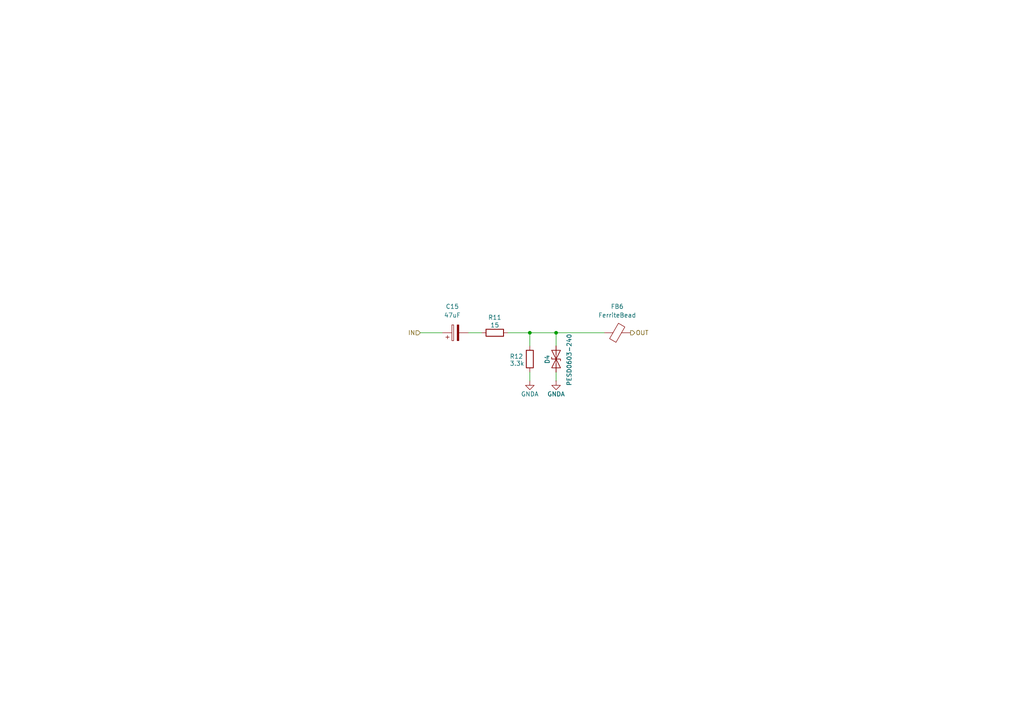
<source format=kicad_sch>
(kicad_sch (version 20250114) (generator "eeschema") (generator_version "9.0")
  (paper "A4")
  (title_block (title "PB2 Bela Mini Proto") (date "2024-11") (rev "rev 1.0"))
  (lib_symbols
    (symbol "Device:C_Polarized" (pin_numbers (hide yes)) (pin_names (offset 0.254))
      (property "Reference" "C" (at 0.635 2.54 0))
      (property "Value" "C_Polarized" (at 0.635 -2.54 0))
      (symbol "C_Polarized_0_1"
        (rectangle (start -2.286 0.508) (end 2.286 1.016))
        (polyline (pts (xy -1.778 2.286) (xy -0.762 2.286)))
        (polyline (pts (xy -1.27 2.794) (xy -1.27 1.778)))
        (rectangle (start 2.286 -0.508) (end -2.286 -1.016) (fill (type outline)))
      )
      (symbol "C_Polarized_1_1"
        (pin passive line (at 0 3.81 270) (length 2.794) (name "~") (number "1"))
        (pin passive line (at 0 -3.81 90) (length 2.794) (name "~") (number "2"))
      )
    )
    (symbol "Device:FerriteBead" (pin_numbers (hide yes)) (pin_names (offset 0))
      (property "Reference" "FB" (at -3.81 0.635 90))
      (property "Value" "FerriteBead" (at 3.81 0 90))
      (symbol "FerriteBead_0_1"
        (polyline (pts (xy -2.7686 0.4064) (xy -1.7018 2.2606) (xy 2.7686 -0.3048) (xy 1.6764 -2.159) (xy -2.7686 0.4064)))
        (polyline (pts (xy 0 1.27) (xy 0 1.2954)))
        (polyline (pts (xy 0 -1.27) (xy 0 -1.2192)))
      )
      (symbol "FerriteBead_1_1"
        (pin passive line (at 0 3.81 270) (length 2.54) (name "~") (number "1"))
        (pin passive line (at 0 -3.81 90) (length 2.54) (name "~") (number "2"))
      )
    )
    (symbol "Device:R" (pin_numbers (hide yes)) (pin_names (offset 0))
      (property "Reference" "R" (at 2.032 0 90))
      (property "Value" "R" (at 0 0 90))
      (symbol "R_0_1"
        (rectangle (start -1.016 -2.54) (end 1.016 2.54) (stroke (width 0.254)))
      )
      (symbol "R_1_1"
        (pin passive line (at 0 3.81 270) (length 1.27) (name "~") (number "1"))
        (pin passive line (at 0 -3.81 90) (length 1.27) (name "~") (number "2"))
      )
    )
    (symbol "Diode:ESD9B5.0ST5G" (pin_numbers (hide yes)) (pin_names (offset 1.016) (hide yes))
      (property "Reference" "D" (at 0 2.54 0))
      (property "Value" "ESD9B5.0ST5G" (at 0 -2.54 0))
      (symbol "ESD9B5.0ST5G_0_1"
        (polyline (pts (xy -2.54 -1.27) (xy 0 0) (xy -2.54 1.27) (xy -2.54 -1.27)) (stroke (width 0.2032)))
        (polyline (pts (xy 0.508 1.27) (xy 0 1.27) (xy 0 -1.27) (xy -0.508 -1.27)) (stroke (width 0.2032)))
        (polyline (pts (xy 1.27 0) (xy -1.27 0)))
        (polyline (pts (xy 2.54 1.27) (xy 2.54 -1.27) (xy 0 0) (xy 2.54 1.27)) (stroke (width 0.2032)))
      )
      (symbol "ESD9B5.0ST5G_1_1"
        (pin passive line (at -3.81 0 0) (length 2.54) (name "A1") (number "1"))
        (pin passive line (at 3.81 0 180) (length 2.54) (name "A2") (number "2"))
      )
    )
    (symbol "power:GNDA" (power) (pin_numbers (hide yes)) (pin_names (offset 0) (hide yes))
      (property "Value" "GNDA" (at 0 -3.81 0))
      (symbol "GNDA_0_1"
        (polyline (pts (xy 0 0) (xy 0 -1.27) (xy 1.27 -1.27) (xy 0 -2.54) (xy -1.27 -1.27) (xy 0 -1.27)))
      )
      (symbol "GNDA_1_1"
        (pin power_in line (at 0 0 270) (length 0) (name "~") (number "1"))
      )
    )
  )
  (junction (at 153.67 96.52))
  (junction (at 161.29 96.52))
  (wire (pts (xy 161.29 96.52) (xy 161.29 100.33)))
  (wire (pts (xy 161.29 107.95) (xy 161.29 110.49)))
  (wire (pts (xy 153.67 96.52) (xy 153.67 100.33)))
  (wire (pts (xy 121.92 96.52) (xy 128.27 96.52)))
  (wire (pts (xy 161.29 96.52) (xy 175.26 96.52)))
  (wire (pts (xy 153.67 96.52) (xy 161.29 96.52)))
  (wire (pts (xy 147.32 96.52) (xy 153.67 96.52)))
  (wire (pts (xy 153.67 107.95) (xy 153.67 110.49)))
  (wire (pts (xy 135.89 96.52) (xy 139.7 96.52)))
  (hierarchical_label "OUT" (shape output) (at 182.88 96.52 0))
  (hierarchical_label "IN" (shape input) (at 121.92 96.52 180))
  (symbol (lib_id "power:GNDA") (at 161.29 110.49 0) (unit 1)
    (property "Reference" "#PWR082" (effects (hide yes)))
    (property "Value" "GNDA" (at 161.29 114.3 0))
    (property "Description" "Power symbol creates a global label with name \"GNDA\" , analog ground" (effects (hide yes)))
    (instances (project "bela_mini_multi_pb2" (path "" (reference "#PWR082") (unit 1)) (path "" (reference "#PWR084") (unit 1))))
  )
  (symbol (lib_id "Device:R") (at 143.51 96.52 270) (unit 1)
    (property "Reference" "R11" (at 143.51 92.075 90))
    (property "Value" "15" (at 143.51 94.3126 90))
    (property "Footprint" "Resistor_SMD:R_0402_1005Metric" (effects (hide yes)))
    (instances (project "bela_mini_multi_pb2" (path "" (reference "R11") (unit 1)) (path "" (reference "R13") (unit 1))))
  )
  (symbol (lib_id "Device:C_Polarized") (at 132.08 96.52 90) (unit 1)
    (property "Reference" "C15" (at 131.191 88.9 90))
    (property "Value" "47uF" (at 131.191 91.44 90))
    (property "Footprint" "Capacitor_SMD:C_1206_3216Metric" (effects (hide yes)))
    (instances (project "bela_mini_multi_pb2" (path "" (reference "C15") (unit 1)) (path "" (reference "C16") (unit 1))))
  )
  (symbol (lib_id "Device:R") (at 153.67 104.14 180) (unit 1)
    (property "Reference" "R12" (at 147.828 103.378 0) (effects (justify right)))
    (property "Value" "3.3k" (at 147.828 105.41 0) (effects (justify right)))
    (property "Footprint" "Resistor_SMD:R_0402_1005Metric" (effects (hide yes)))
    (instances (project "bela_mini_multi_pb2" (path "" (reference "R12") (unit 1)) (path "" (reference "R14") (unit 1))))
  )
  (symbol (lib_id "power:GNDA") (at 153.67 110.49 0) (unit 1)
    (property "Reference" "#PWR081" (effects (hide yes)))
    (property "Value" "GNDA" (at 153.67 114.3 0))
    (property "Description" "Power symbol creates a global label with name \"GNDA\" , analog ground" (effects (hide yes)))
    (instances (project "bela_mini_multi_pb2" (path "" (reference "#PWR081") (unit 1)) (path "" (reference "#PWR083") (unit 1))))
  )
  (symbol (lib_id "Device:FerriteBead") (at 179.07 96.52 90) (unit 1)
    (property "Reference" "FB6" (at 179.0192 88.9 90))
    (property "Value" "FerriteBead" (at 179.0192 91.44 90))
    (property "Footprint" "Inductor_SMD:L_0402_1005Metric" (effects (hide yes)))
    (property "Description" "Ferrite bead" (effects (hide yes)))
    (instances (project "bela_mini_multi_pb2" (path "" (reference "FB6") (unit 1)) (path "" (reference "FB7") (unit 1))))
  )
  (symbol (lib_id "Diode:ESD9B5.0ST5G") (at 161.29 104.14 90) (unit 1)
    (property "Reference" "D4" (at 158.75 102.87 0) (effects (justify right)))
    (property "Value" "PESD0603-240" (at 165.1 96.774 0) (effects (justify right)))
    (property "Footprint" "Diode_SMD:D_0603_1608Metric" (effects (hide yes)))
    (property "Datasheet" "https://www.onsemi.com/pub/Collateral/ESD9B-D.PDF" (effects (hide yes)))
    (instances (project "bela_mini_multi_pb2" (path "" (reference "D4") (unit 1)) (path "" (reference "D5") (unit 1))))
  )
)
</source>
